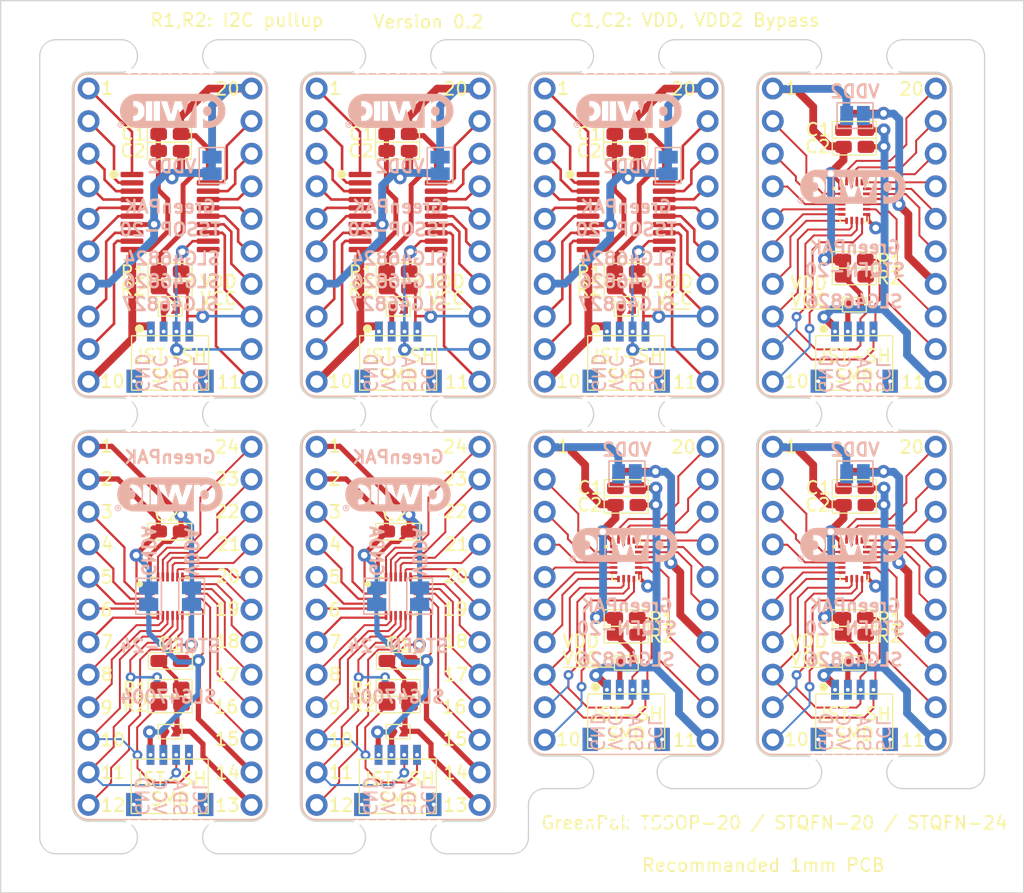
<source format=kicad_pcb>
(kicad_pcb (version 20221018) (generator pcbnew)
  (layers (0 "F.Cu" signal) (31 "B.Cu" signal) (34 "B.Paste" user) (35 "F.Paste" user) (36 "B.SilkS" user "B.Silkscreen") (37 "F.SilkS" user "F.Silkscreen") (38 "B.Mask" user) (39 "F.Mask" user) (44 "Edge.Cuts" user))
  (net 0 "")
  (footprint "greenpack_smd_adapters:mouse-bite-holes-short" (layer "F.Cu") (at 4.318 28.791 -90)
    (fp_text reference "mouse-bite-2.54mm-slot" hide)
    (fp_text value "VAL**" hide)
  )
  (footprint "greenpack_smd_adapters:GREENPAK-SMD-ADAPTER-STQFN-24-QWIIC" (layer "F.Cu") (at -5.588 9.398)
    (fp_text reference "REF**" hide)
    (fp_text value "GREENPAK-SMD-ADAPTER-STQFN-24-QWIIC" hide)
  )
  (footprint "greenpack_smd_adapters:mouse-bite-holes-half" (layer "F.Cu") (at 29.972 20.828 180)
    (fp_text reference "mouse-bite-2.54mm-slot" hide)
    (fp_text value "VAL**" hide)
  )
  (footprint "greenpack_smd_adapters:mouse-bite-holes-half" (layer "F.Cu") (at 12.192 -35.052)
    (fp_text reference "mouse-bite-2.54mm-slot" hide)
    (fp_text value "VAL**" hide)
  )
  (footprint "greenpack_smd_adapters:GREENPAK-SMD-ADAPTER-STQFN-20-QWIIC" (layer "F.Cu") (at 29.972 -21.082)
    (fp_text reference "REF**" hide)
    (fp_text value "GREENPAK-SMD-ADAPTER-STQFN-20-QWIIC" hide)
  )
  (footprint "greenpack_smd_adapters:mouse-bite-holes-half" (layer "F.Cu") (at 12.192 25.908 180)
    (fp_text reference "mouse-bite-2.54mm-slot" hide)
    (fp_text value "VAL**" hide)
  )
  (footprint "greenpack_smd_adapters:GREENPAK-SMD-ADAPTER-TSSOP-20-QWIIC" (layer "F.Cu") (at -5.588 -21.082)
    (fp_text reference "REF**" hide)
    (fp_text value "GREENPAK-SMD-ADAPTER-TSSOP-20-QWIIC" hide)
  )
  (footprint "greenpack_smd_adapters:mouse-bite-holes" (layer "F.Cu") (at -23.368 -7.112 180)
    (fp_text reference "mouse-bite-2.54mm-slot" hide)
    (fp_text value "VAL**" hide)
  )
  (footprint "greenpack_smd_adapters:mouse-bite-holes" (layer "F.Cu") (at 29.972 -7.112 180)
    (fp_text reference "mouse-bite-2.54mm-slot" hide)
    (fp_text value "VAL**" hide)
  )
  (footprint "greenpack_smd_adapters:mouse-bite-holes-short" (layer "F.Cu") (at 41.656 -35.052)
    (fp_text reference "mouse-bite-2.54mm-slot" hide)
    (fp_text value "VAL**" hide)
  )
  (footprint "greenpack_smd_adapters:mouse-bite-holes-half" (layer "F.Cu") (at -5.588 25.908 180)
    (fp_text reference "mouse-bite-2.54mm-slot" hide)
    (fp_text value "VAL**" hide)
  )
  (footprint "greenpack_smd_adapters:mouse-bite-holes-short" (layer "F.Cu") (at -35.052 25.908 180)
    (fp_text reference "mouse-bite-2.54mm-slot" hide)
    (fp_text value "VAL**" hide)
  )
  (footprint "greenpack_smd_adapters:GREENPAK-SMD-ADAPTER-TSSOP-20-QWIIC" (layer "F.Cu") (at 12.192 -21.082)
    (fp_text reference "REF**" hide)
    (fp_text value "GREENPAK-SMD-ADAPTER-TSSOP-20-QWIIC" hide)
  )
  (footprint "greenpack_smd_adapters:mouse-bite-holes" (layer "F.Cu") (at -5.461 -7.112 180)
    (fp_text reference "mouse-bite-2.54mm-slot" hide)
    (fp_text value "VAL**" hide)
  )
  (footprint "greenpack_smd_adapters:mouse-bite-holes-half" (layer "F.Cu") (at -23.368 -35.052)
    (fp_text reference "mouse-bite-2.54mm-slot" hide)
    (fp_text value "VAL**" hide)
  )
  (footprint "greenpack_smd_adapters:mouse-bite-holes-half" (layer "F.Cu") (at -5.588 -35.052)
    (fp_text reference "mouse-bite-2.54mm-slot" hide)
    (fp_text value "VAL**" hide)
  )
  (footprint "greenpack_smd_adapters:mouse-bite-holes" (layer "F.Cu") (at 12.192 -7.112 180)
    (fp_text reference "mouse-bite-2.54mm-slot" hide)
    (fp_text value "VAL**" hide)
  )
  (footprint "greenpack_smd_adapters:GREENPAK-SMD-ADAPTER-STQFN-20-QWIIC" (layer "F.Cu") (at 29.972 6.858)
    (fp_text reference "REF**" hide)
    (fp_text value "GREENPAK-SMD-ADAPTER-STQFN-20-QWIIC" hide)
  )
  (footprint "greenpack_smd_adapters:mouse-bite-holes-short" (layer "F.Cu") (at -35.052 -32.766 180)
    (fp_text reference "mouse-bite-2.54mm-slot" hide)
    (fp_text value "VAL**" hide)
  )
  (footprint "greenpack_smd_adapters:mouse-bite-holes-half" (layer "F.Cu") (at -23.368 25.908 180)
    (fp_text reference "mouse-bite-2.54mm-slot" hide)
    (fp_text value "VAL**" hide)
  )
  (footprint "greenpack_smd_adapters:GREENPAK-SMD-ADAPTER-TSSOP-20-QWIIC" (layer "F.Cu") (at -23.368 -21.082)
    (fp_text reference "REF**" hide)
    (fp_text value "GREENPAK-SMD-ADAPTER-TSSOP-20-QWIIC" hide)
  )
  (footprint "greenpack_smd_adapters:GREENPAK-SMD-ADAPTER-STQFN-20-QWIIC" (layer "F.Cu") (at 12.192 6.858)
    (fp_text reference "REF**" hide)
    (fp_text value "GREENPAK-SMD-ADAPTER-STQFN-20-QWIIC" hide)
  )
  (footprint "greenpack_smd_adapters:GREENPAK-SMD-ADAPTER-STQFN-24-QWIIC" (layer "F.Cu") (at -23.368 9.398)
    (fp_text reference "REF**" hide)
    (fp_text value "GREENPAK-SMD-ADAPTER-STQFN-24-QWIIC" hide)
  )
  (footprint "greenpack_smd_adapters:mouse-bite-holes-half" (layer "F.Cu") (at 29.972 -35.052)
    (fp_text reference "mouse-bite-2.54mm-slot" hide)
    (fp_text value "VAL**" hide)
  )
  (footprint "greenpack_smd_adapters:mouse-bite-holes-short" (layer "F.Cu") (at 4.318 -37.846 -90)
    (fp_text reference "mouse-bite-2.54mm-slot" hide)
    (fp_text value "VAL**" hide)
  )
  (footprint "greenpack_smd_adapters:mouse-bite-holes-short" (layer "F.Cu") (at 41.618 18.542)
    (fp_text reference "mouse-bite-2.54mm-slot" hide)
    (fp_text value "VAL**" hide)
  )
  (gr_arc (start -1.778 -5.842) (mid -2.676026 -6.213974) (end -3.048 -7.112) (stroke (width 0.1)) (layer "Edge.Cuts"))
  (gr_arc (start 19.812 18.288) (mid 19.440026 19.186026) (end 18.542 19.558) (stroke (width 0.1)) (layer "Edge.Cuts"))
  (gr_arc (start 18.542 -33.782) (mid 19.440026 -33.410026) (end 19.812 -32.512) (stroke (width 0.1)) (layer "Edge.Cuts"))
  (gr_line (start 14.732 -7.112) (end 14.732 -7.112) (stroke (width 0.1)) (layer "Edge.Cuts"))
  (gr_arc (start 27.432 -35.052) (mid 27.060026 -34.153974) (end 26.162 -33.782) (stroke (width 0.1)) (layer "Edge.Cuts"))
  (gr_arc (start 2.032 23.368) (mid 1.660026 24.266026) (end 0.762 24.638) (stroke (width 0.1)) (layer "Edge.Cuts"))
  (gr_arc (start -19.558 27.178) (mid -20.456026 26.806026) (end -20.828 25.908) (stroke (width 0.1)) (layer "Edge.Cuts"))
  (gr_line (start 2.032 -9.652) (end 2.032 -32.512) (stroke (width 0.1)) (layer "Edge.Cuts"))
  (gr_arc (start -27.178 -8.382) (mid -26.279974 -8.010026) (end -25.908 -7.112) (stroke (width 0.1)) (layer "Edge.Cuts"))
  (gr_line (start 36.322 -5.842) (end 33.782 -5.842) (stroke (width 0.1)) (layer "Edge.Cuts"))
  (gr_arc (start 33.782 -5.842) (mid 32.883974 -6.213974) (end 32.512 -7.112) (stroke (width 0.1)) (layer "Edge.Cuts"))
  (gr_line (start 27.432 20.828) (end 27.432 20.828) (stroke (width 0.1)) (layer "Edge.Cuts"))
  (gr_arc (start -33.528 -35.052) (mid -33.156026 -35.950026) (end -32.258 -36.322) (stroke (width 0.1)) (layer "Edge.Cuts"))
  (gr_line (start 8.382 -33.782) (end 5.842 -33.782) (stroke (width 0.1)) (layer "Edge.Cuts"))
  (gr_line (start -27.178 -5.842) (end -29.718 -5.842) (stroke (width 0.1)) (layer "Edge.Cuts"))
  (gr_line (start 32.512 -7.112) (end 32.512 -7.112) (stroke (width 0.1)) (layer "Edge.Cuts"))
  (gr_line (start -11.938 -5.842) (end -9.398 -5.842) (stroke (width 0.1)) (layer "Edge.Cuts"))
  (gr_line (start 33.782 19.558) (end 36.322 19.558) (stroke (width 0.1)) (layer "Edge.Cuts"))
  (gr_arc (start 0.762 -33.782) (mid 1.660026 -33.410026) (end 2.032 -32.512) (stroke (width 0.1)) (layer "Edge.Cuts"))
  (gr_arc (start 8.382 -36.322) (mid 9.280026 -35.950026) (end 9.652 -35.052) (stroke (width 0.1)) (layer "Edge.Cuts"))
  (gr_line (start 4.572 -32.512) (end 4.572 -9.652) (stroke (width 0.1)) (layer "Edge.Cuts"))
  (gr_arc (start -20.828 -35.052) (mid -20.456026 -35.950026) (end -19.558 -36.322) (stroke (width 0.1)) (layer "Edge.Cuts"))
  (gr_line (start 27.432 -35.052) (end 27.432 -35.052) (stroke (width 0.1)) (layer "Edge.Cuts"))
  (gr_line (start 33.782 -8.382) (end 36.322 -8.382) (stroke (width 0.1)) (layer "Edge.Cuts"))
  (gr_line (start 26.162 -36.322) (end 16.002 -36.322) (stroke (width 0.1)) (layer "Edge.Cuts"))
  (gr_arc (start -19.558 -5.842) (mid -20.456026 -6.213974) (end -20.828 -7.112) (stroke (width 0.1)) (layer "Edge.Cuts"))
  (gr_arc (start 0.762 -5.842) (mid 1.660026 -5.470026) (end 2.032 -4.572) (stroke (width 0.1)) (layer "Edge.Cuts"))
  (gr_line (start -1.778 -8.382) (end 0.762 -8.382) (stroke (width 0.1)) (layer "Edge.Cuts"))
  (gr_arc (start 16.002 -33.782) (mid 15.103974 -34.153974) (end 14.732 -35.052) (stroke (width 0.1)) (layer "Edge.Cuts"))
  (gr_arc (start 4.572 -32.512) (mid 4.943974 -33.410026) (end 5.842 -33.782) (stroke (width 0.1)) (layer "Edge.Cuts"))
  (gr_arc (start 4.572 25.908) (mid 4.200026 26.806026) (end 3.302 27.178) (stroke (width 0.1)) (layer "Edge.Cuts"))
  (gr_line (start 26.162 -8.382) (end 23.622 -8.382) (stroke (width 0.1)) (layer "Edge.Cuts"))
  (gr_line (start 8.382 -5.842) (end 5.842 -5.842) (stroke (width 0.1)) (layer "Edge.Cuts"))
  (gr_line (start -19.558 -5.842) (end -17.018 -5.842) (stroke (width 0.1)) (layer "Edge.Cuts"))
  (gr_arc (start -9.398 -36.322) (mid -8.499974 -35.950026) (end -8.128 -35.052) (stroke (width 0.1)) (layer "Edge.Cuts"))
  (gr_line (start -8.128 -35.052) (end -8.128 -35.052) (stroke (width 0.1)) (layer "Edge.Cuts"))
  (gr_arc (start 27.432 -7.112) (mid 27.060026 -6.213974) (end 26.162 -5.842) (stroke (width 0.1)) (layer "Edge.Cuts"))
  (gr_line (start -20.828 -7.112) (end -20.828 -7.112) (stroke (width 0.1)) (layer "Edge.Cuts"))
  (gr_arc (start -3.048 -7.112) (mid -2.676026 -8.010026) (end -1.778 -8.382) (stroke (width 0.1)) (layer "Edge.Cuts"))
  (gr_arc (start -1.778 -33.782) (mid -2.676026 -34.153974) (end -3.048 -35.052) (stroke (width 0.1)) (layer "Edge.Cuts"))
  (gr_arc (start -30.988 -4.572) (mid -30.616026 -5.470026) (end -29.718 -5.842) (stroke (width 0.1)) (layer "Edge.Cuts"))
  (gr_arc (start 9.652 -35.052) (mid 9.280026 -34.153974) (end 8.382 -33.782) (stroke (width 0.1)) (layer "Edge.Cuts"))
  (gr_arc (start 4.572 -4.572) (mid 4.943974 -5.470026) (end 5.842 -5.842) (stroke (width 0.1)) (layer "Edge.Cuts"))
  (gr_arc (start -29.718 -8.382) (mid -30.616026 -8.753974) (end -30.988 -9.652) (stroke (width 0.1)) (layer "Edge.Cuts"))
  (gr_line (start 23.622 -33.782) (end 26.162 -33.782) (stroke (width 0.1)) (layer "Edge.Cuts"))
  (gr_arc (start -29.718 24.638) (mid -30.616026 24.266026) (end -30.988 23.368) (stroke (width 0.1)) (layer "Edge.Cuts"))
  (gr_line (start -11.938 -33.782) (end -9.398 -33.782) (stroke (width 0.1)) (layer "Edge.Cuts"))
  (gr_arc (start 5.842 -8.382) (mid 4.943974 -8.753974) (end 4.572 -9.652) (stroke (width 0.1)) (layer "Edge.Cuts"))
  (gr_line (start 4.572 -4.572) (end 4.572 18.288) (stroke (width 0.1)) (layer "Edge.Cuts"))
  (gr_line (start -13.208 -9.652) (end -13.208 -32.512) (stroke (width 0.1)) (layer "Edge.Cuts"))
  (gr_line (start 18.542 19.558) (end 15.875 19.558) (stroke (width 0.1)) (layer "Edge.Cuts"))
  (gr_line (start 22.352 18.288) (end 22.352 -4.572) (stroke (width 0.1)) (layer "Edge.Cuts"))
  (gr_arc (start -3.048 -35.052) (mid -2.676026 -35.950026) (end -1.778 -36.322) (stroke (width 0.1)) (layer "Edge.Cuts"))
  (gr_line (start 37.592 18.288) (end 37.592 -4.572) (stroke (width 0.1)) (layer "Edge.Cuts"))
  (gr_line (start 3.302 27.178) (end -1.778 27.178) (stroke (width 0.1)) (layer "Edge.Cuts"))
  (gr_arc (start 8.382 19.558) (mid 9.280026 19.929974) (end 9.652 20.828) (stroke (width 0.1)) (layer "Edge.Cuts"))
  (gr_line (start -29.718 24.638) (end -27.178 24.638) (stroke (width 0.1)) (layer "Edge.Cuts"))
  (gr_arc (start -20.828 -7.112) (mid -20.456026 -8.010026) (end -19.558 -8.382) (stroke (width 0.1)) (layer "Edge.Cuts"))
  (gr_arc (start 37.592 -9.652) (mid 37.220026 -8.753974) (end 36.322 -8.382) (stroke (width 0.1)) (layer "Edge.Cuts"))
  (gr_arc (start 23.622 19.558) (mid 22.723974 19.186026) (end 22.352 18.288) (stroke (width 0.1)) (layer "Edge.Cuts"))
  (gr_arc (start 4.572 23.368) (mid 4.943974 22.469974) (end 5.842 22.098) (stroke (width 0.1)) (layer "Edge.Cuts"))
  (gr_arc (start -25.908 -35.052) (mid -26.279974 -34.153974) (end -27.178 -33.782) (stroke (width 0.1)) (layer "Edge.Cuts"))
  (gr_line (start 18.542 -8.382) (end 16.002 -8.382) (stroke (width 0.1)) (layer "Edge.Cuts"))
  (gr_line (start 0.762 -33.782) (end -1.778 -33.782) (stroke (width 0.1)) (layer "Edge.Cuts"))
  (gr_arc (start 32.512 -35.052) (mid 32.883974 -35.950026) (end 33.782 -36.322) (stroke (width 0.1)) (layer "Edge.Cuts"))
  (gr_arc (start 32.512 -7.112) (mid 32.883974 -8.010026) (end 33.782 -8.382) (stroke (width 0.1)) (layer "Edge.Cuts"))
  (gr_arc (start -15.748 23.368) (mid -16.119974 24.266026) (end -17.018 24.638) (stroke (width 0.1)) (layer "Edge.Cuts"))
  (gr_line (start -19.558 27.178) (end -9.398 27.178) (stroke (width 0.1)) (layer "Edge.Cuts"))
  (gr_arc (start 38.862 -36.322) (mid 39.760026 -35.950026) (end 40.132 -35.052) (stroke (width 0.1)) (layer "Edge.Cuts"))
  (gr_arc (start 2.032 -9.652) (mid 1.660026 -8.753974) (end 0.762 -8.382) (stroke (width 0.1)) (layer "Edge.Cuts"))
  (gr_arc (start -13.208 -32.512) (mid -12.836026 -33.410026) (end -11.938 -33.782) (stroke (width 0.1)) (layer "Edge.Cuts"))
  (gr_line (start 37.592 -9.652) (end 37.592 -32.512) (stroke (width 0.1)) (layer "Edge.Cuts"))
  (gr_line (start -19.558 -33.782) (end -17.018 -33.782) (stroke (width 0.1)) (layer "Edge.Cuts"))
  (gr_arc (start -15.748 -9.652) (mid -16.119974 -8.753974) (end -17.018 -8.382) (stroke (width 0.1)) (layer "Edge.Cuts"))
  (gr_line (start -20.828 25.908) (end -20.828 25.908) (stroke (width 0.1)) (layer "Edge.Cuts"))
  (gr_line (start 8.382 22.098) (end 5.842 22.098) (stroke (width 0.1)) (layer "Edge.Cuts"))
  (gr_arc (start -8.128 -35.052) (mid -8.499974 -34.153974) (end -9.398 -33.782) (stroke (width 0.1)) (layer "Edge.Cuts"))
  (gr_arc (start -11.938 24.638) (mid -12.836026 24.266026) (end -13.208 23.368) (stroke (width 0.1)) (layer "Edge.Cuts"))
  (gr_line (start -8.128 25.908) (end -8.128 25.908) (stroke (width 0.1)) (layer "Edge.Cuts"))
  (gr_line (start 2.032 23.368) (end 2.032 -4.572) (stroke (width 0.1)) (layer "Edge.Cuts"))
  (gr_arc (start -27.178 -36.322) (mid -26.279974 -35.950026) (end -25.908 -35.052) (stroke (width 0.1)) (layer "Edge.Cuts"))
  (gr_line (start 19.812 -32.512) (end 19.812 -9.652) (stroke (width 0.1)) (layer "Edge.Cuts"))
  (gr_line (start -25.908 -7.112) (end -25.908 -7.112) (stroke (width 0.1)) (layer "Edge.Cuts"))
  (gr_line (start -27.178 27.178) (end -32.258 27.178) (stroke (width 0.1)) (layer "Edge.Cuts"))
  (gr_arc (start -25.908 -7.112) (mid -26.279974 -6.213974) (end -27.178 -5.842) (stroke (width 0.1)) (layer "Edge.Cuts"))
  (gr_arc (start -1.778 27.178) (mid -2.676026 26.806026) (end -3.048 25.908) (stroke (width 0.1)) (layer "Edge.Cuts"))
  (gr_line (start -9.398 24.638) (end -11.938 24.638) (stroke (width 0.1)) (layer "Edge.Cuts"))
  (gr_line (start -15.748 -32.512) (end -15.748 -9.652) (stroke (width 0.1)) (layer "Edge.Cuts"))
  (gr_line (start 9.652 -7.112) (end 9.652 -7.112) (stroke (width 0.1)) (layer "Edge.Cuts"))
  (gr_line (start -17.018 24.638) (end -19.558 24.638) (stroke (width 0.1)) (layer "Edge.Cuts"))
  (gr_line (start -30.988 -4.572) (end -30.988 23.368) (stroke (width 0.1)) (layer "Edge.Cuts"))
  (gr_arc (start -20.828 25.908) (mid -20.456026 25.009974) (end -19.558 24.638) (stroke (width 0.1)) (layer "Edge.Cuts"))
  (gr_arc (start -8.128 25.908) (mid -8.499974 26.806026) (end -9.398 27.178) (stroke (width 0.1)) (layer "Edge.Cuts"))
  (gr_arc (start 16.002 -5.842) (mid 15.103974 -6.213974) (end 14.732 -7.112) (stroke (width 0.1)) (layer "Edge.Cuts"))
  (gr_arc (start 5.842 19.558) (mid 4.943974 19.186026) (end 4.572 18.288) (stroke (width 0.1)) (layer "Edge.Cuts"))
  (gr_line (start -3.048 -7.112) (end -3.048 -7.112) (stroke (width 0.1)) (layer "Edge.Cuts"))
  (gr_line (start 9.652 20.828) (end 9.652 20.828) (stroke (width 0.1)) (layer "Edge.Cuts"))
  (gr_line (start -17.018 -8.382) (end -19.558 -8.382) (stroke (width 0.1)) (layer "Edge.Cuts"))
  (gr_line (start 16.002 -33.782) (end 18.542 -33.782) (stroke (width 0.1)) (layer "Edge.Cuts"))
  (gr_line (start 32.512 -35.052) (end 32.512 -35.052) (stroke (width 0.1)) (layer "Edge.Cuts"))
  (gr_line (start -25.908 -35.052) (end -25.908 -35.052) (stroke (width 0.1)) (layer "Edge.Cuts"))
  (gr_line (start 32.512 20.828) (end 32.512 20.828) (stroke (width 0.1)) (layer "Edge.Cuts"))
  (gr_line (start 5.842 -8.382) (end 8.382 -8.382) (stroke (width 0.1)) (layer "Edge.Cuts"))
  (gr_arc (start 18.542 -5.842) (mid 19.440026 -5.470026) (end 19.812 -4.572) (stroke (width 0.1)) (layer "Edge.Cuts"))
  (gr_line (start 40.132 -35.052) (end 40.132 20.828) (stroke (width 0.1)) (layer "Edge.Cuts"))
  (gr_line (start -15.748 -4.572) (end -15.748 23.368) (stroke (width 0.1)) (layer "Edge.Cuts"))
  (gr_line (start 23.622 -5.842) (end 26.162 -5.842) (stroke (width 0.1)) (layer "Edge.Cuts"))
  (gr_line (start -33.528 25.908) (end -33.528 -35.052) (stroke (width 0.1)) (layer "Edge.Cuts"))
  (gr_line (start 19.812 -4.572) (end 19.812 18.288) (stroke (width 0.1)) (layer "Edge.Cuts"))
  (gr_line (start 14.605 20.828) (end 14.605 20.828) (stroke (width 0.1)) (layer "Edge.Cuts"))
  (gr_line (start 15.875 22.098) (end 26.162 22.098) (stroke (width 0.1)) (layer "Edge.Cuts"))
  (gr_rect (start -36.576 -39.37) (end 43.18 30.226) (stroke (width 0.1)) (fill none) (layer "Edge.Cuts"))
  (gr_arc (start 26.162 19.558) (mid 27.060026 19.929974) (end 27.432 20.828) (stroke (width 0.1)) (layer "Edge.Cuts"))
  (gr_line (start -32.258 -36.322) (end -27.178 -36.322) (stroke (width 0.1)) (layer "Edge.Cuts"))
  (gr_arc (start 40.132 20.828) (mid 39.760026 21.726026) (end 38.862 22.098) (stroke (width 0.1)) (layer "Edge.Cuts"))
  (gr_arc (start -9.398 -8.382) (mid -8.499974 -8.010026) (end -8.128 -7.112) (stroke (width 0.1)) (layer "Edge.Cuts"))
  (gr_line (start 5.842 19.558) (end 8.382 19.558) (stroke (width 0.1)) (layer "Edge.Cuts"))
  (gr_line (start 36.322 -33.782) (end 33.782 -33.782) (stroke (width 0.1)) (layer "Edge.Cuts"))
  (gr_arc (start 37.592 18.288) (mid 37.220026 19.186026) (end 36.322 19.558) (stroke (width 0.1)) (layer "Edge.Cuts"))
  (gr_arc (start 9.652 20.828) (mid 9.280026 21.726026) (end 8.382 22.098) (stroke (width 0.1)) (layer "Edge.Cuts"))
  (gr_line (start -1.778 -36.322) (end 8.382 -36.322) (stroke (width 0.1)) (layer "Edge.Cuts"))
  (gr_line (start -1.778 24.638) (end 0.762 24.638) (stroke (width 0.1)) (layer "Edge.Cuts"))
  (gr_arc (start 19.812 -9.652) (mid 19.440026 -8.753974) (end 18.542 -8.382) (stroke (width 0.1)) (layer "Edge.Cuts"))
  (gr_arc (start -25.908 25.908) (mid -26.279974 26.806026) (end -27.178 27.178) (stroke (width 0.1)) (layer "Edge.Cuts"))
  (gr_line (start 26.162 19.558) (end 23.622 19.558) (stroke (width 0.1)) (layer "Edge.Cuts"))
  (gr_arc (start -19.558 -33.782) (mid -20.456026 -34.153974) (end -20.828 -35.052) (stroke (width 0.1)) (layer "Edge.Cuts"))
  (gr_arc (start -13.208 -4.572) (mid -12.836026 -5.470026) (end -11.938 -5.842) (stroke (width 0.1)) (layer "Edge.Cuts"))
  (gr_line (start -3.048 25.908) (end -3.048 25.908) (stroke (width 0.1)) (layer "Edge.Cuts"))
  (gr_arc (start 14.732 -7.112) (mid 15.103974 -8.010026) (end 16.002 -8.382) (stroke (width 0.1)) (layer "Edge.Cuts"))
  (gr_arc (start 14.732 -35.052) (mid 15.103974 -35.950026) (end 16.002 -36.322) (stroke (width 0.1)) (layer "Edge.Cuts"))
  (gr_line (start 14.732 -35.052) (end 14.732 -35.052) (stroke (width 0.1)) (layer "Edge.Cuts"))
  (gr_line (start -3.048 -35.052) (end -3.048 -35.052) (stroke (width 0.1)) (layer "Edge.Cuts"))
  (gr_line (start -9.398 -36.322) (end -19.558 -36.322) (stroke (width 0.1)) (layer "Edge.Cuts"))
  (gr_line (start -8.128 -7.112) (end -8.128 -7.112) (stroke (width 0.1)) (layer "Edge.Cuts"))
  (gr_line (start -27.178 -33.782) (end -29.718 -33.782) (stroke (width 0.1)) (layer "Edge.Cuts"))
  (gr_arc (start 33.782 22.098) (mid 32.883974 21.726026) (end 32.512 20.828) (stroke (width 0.1)) (layer "Edge.Cuts"))
  (gr_arc (start -27.178 24.638) (mid -26.279974 25.009974) (end -25.908 25.908) (stroke (width 0.1)) (layer "Edge.Cuts"))
  (gr_arc (start -17.018 -5.842) (mid -16.119974 -5.470026) (end -15.748 -4.572) (stroke (width 0.1)) (layer "Edge.Cuts"))
  (gr_line (start -29.718 -8.382) (end -27.178 -8.382) (stroke (width 0.1)) (layer "Edge.Cuts"))
  (gr_arc (start 32.512 20.828) (mid 32.883974 19.929974) (end 33.782 19.558) (stroke (width 0.1)) (layer "Edge.Cuts"))
  (gr_arc (start -3.048 25.908) (mid -2.676026 25.009974) (end -1.778 24.638) (stroke (width 0.1)) (layer "Edge.Cuts"))
  (gr_line (start 27.432 -7.112) (end 27.432 -7.112) (stroke (width 0.1)) (layer "Edge.Cuts"))
  (gr_arc (start 15.875 22.098) (mid 14.976974 21.726026) (end 14.605 20.828) (stroke (width 0.1)) (layer "Edge.Cuts"))
  (gr_arc (start 36.322 -5.842) (mid 37.220026 -5.470026) (end 37.592 -4.572) (stroke (width 0.1)) (layer "Edge.Cuts"))
  (gr_line (start 33.782 -36.322) (end 38.862 -36.322) (stroke (width 0.1)) (layer "Edge.Cuts"))
  (gr_arc (start -30.988 -32.512) (mid -30.616026 -33.410026) (end -29.718 -33.782) (stroke (width 0.1)) (layer "Edge.Cuts"))
  (gr_line (start 16.002 -5.842) (end 18.542 -5.842) (stroke (width 0.1)) (layer "Edge.Cuts"))
  (gr_line (start 4.572 23.368) (end 4.572 25.908) (stroke (width 0.1)) (layer "Edge.Cuts"))
  (gr_arc (start -8.128 -7.112) (mid -8.499974 -6.213974) (end -9.398 -5.842) (stroke (width 0.1)) (layer "Edge.Cuts"))
  (gr_arc (start 27.432 20.828) (mid 27.060026 21.726026) (end 26.162 22.098) (stroke (width 0.1)) (layer "Edge.Cuts"))
  (gr_arc (start 26.162 -36.322) (mid 27.060026 -35.950026) (end 27.432 -35.052) (stroke (width 0.1)) (layer "Edge.Cuts"))
  (gr_arc (start 22.352 -4.572) (mid 22.723974 -5.470026) (end 23.622 -5.842) (stroke (width 0.1)) (layer "Edge.Cuts"))
  (gr_arc (start 22.352 -32.512) (mid 22.723974 -33.410026) (end 23.622 -33.782) (stroke (width 0.1)) (layer "Edge.Cuts"))
  (gr_arc (start -17.018 -33.782) (mid -16.119974 -33.410026) (end -15.748 -32.512) (stroke (width 0.1)) (layer "Edge.Cuts"))
  (gr_arc (start 8.382 -8.382) (mid 9.280026 -8.010026) (end 9.652 -7.112) (stroke (width 0.1)) (layer "Edge.Cuts"))
  (gr_arc (start -11.938 -8.382) (mid -12.836026 -8.753974) (end -13.208 -9.652) (stroke (width 0.1)) (layer "Edge.Cuts"))
  (gr_arc (start 14.605 20.828) (mid 14.976974 19.929974) (end 15.875 19.558) (stroke (width 0.1)) (layer "Edge.Cuts"))
  (gr_arc (start 26.162 -8.382) (mid 27.060026 -8.010026) (end 27.432 -7.112) (stroke (width 0.1)) (layer "Edge.Cuts"))
  (gr_line (start 22.352 -9.652) (end 22.352 -32.512) (stroke (width 0.1)) (layer "Edge.Cuts"))
  (gr_line (start -20.828 -35.052) (end -20.828 -35.052) (stroke (width 0.1)) (layer "Edge.Cuts"))
  (gr_arc (start -32.258 27.178) (mid -33.156026 26.806026) (end -33.528 25.908) (stroke (width 0.1)) (layer "Edge.Cuts"))
  (gr_arc (start -9.398 24.638) (mid -8.499974 25.009974) (end -8.128 25.908) (stroke (width 0.1)) (layer "Edge.Cuts"))
  (gr_line (start -30.988 -32.512) (end -30.988 -9.652) (stroke (width 0.1)) (layer "Edge.Cuts"))
  (gr_arc (start 36.322 -33.782) (mid 37.220026 -33.410026) (end 37.592 -32.512) (stroke (width 0.1)) (layer "Edge.Cuts"))
  (gr_arc (start 33.782 -33.782) (mid 32.883974 -34.153974) (end 32.512 -35.052) (stroke (width 0.1)) (layer "Edge.Cuts"))
  (gr_line (start 9.652 -35.052) (end 9.652 -35.052) (stroke (width 0.1)) (layer "Edge.Cuts"))
  (gr_arc (start 9.652 -7.112) (mid 9.280026 -6.213974) (end 8.382 -5.842) (stroke (width 0.1)) (layer "Edge.Cuts"))
  (gr_line (start -9.398 -8.382) (end -11.938 -8.382) (stroke (width 0.1)) (layer "Edge.Cuts"))
  (gr_line (start 38.862 22.098) (end 33.782 22.098) (stroke (width 0.1)) (layer "Edge.Cuts"))
  (gr_line (start 0.762 -5.842) (end -1.778 -5.842) (stroke (width 0.1)) (layer "Edge.Cuts"))
  (gr_line (start -13.208 23.368) (end -13.208 -4.572) (stroke (width 0.1)) (layer "Edge.Cuts"))
  (gr_line (start -25.908 25.908) (end -25.908 25.908) (stroke (width 0.1)) (layer "Edge.Cuts"))
  (gr_arc (start 23.622 -8.382) (mid 22.723974 -8.753974) (end 22.352 -9.652) (stroke (width 0.1)) (layer "Edge.Cuts"))
  (gr_text "Version 0.2" (at -7.62 -37.719) (layer "F.SilkS") (effects (font (size 1 1)) (justify left)))
  (gr_text "Recommanded 1mm PCB" (at 13.335 28.067) (layer "F.SilkS") (effects (font (size 1 1)) (justify left)))
  (gr_text "C1,C2: VDD, VDD2 Bypass" (at 17.526 -37.846) (layer "F.SilkS") (effects (font (size 1 1))))
  (gr_text "GreenPak TSSOP-20 / STQFN-20 / STQFN-24" (at 23.749 24.765) (layer "F.SilkS") (effects (font (size 1 1))))
  (gr_text "R1,R2: I2C pullup" (at -18.161 -37.846) (layer "F.SilkS") (effects (font (size 1 1))))
)
</source>
